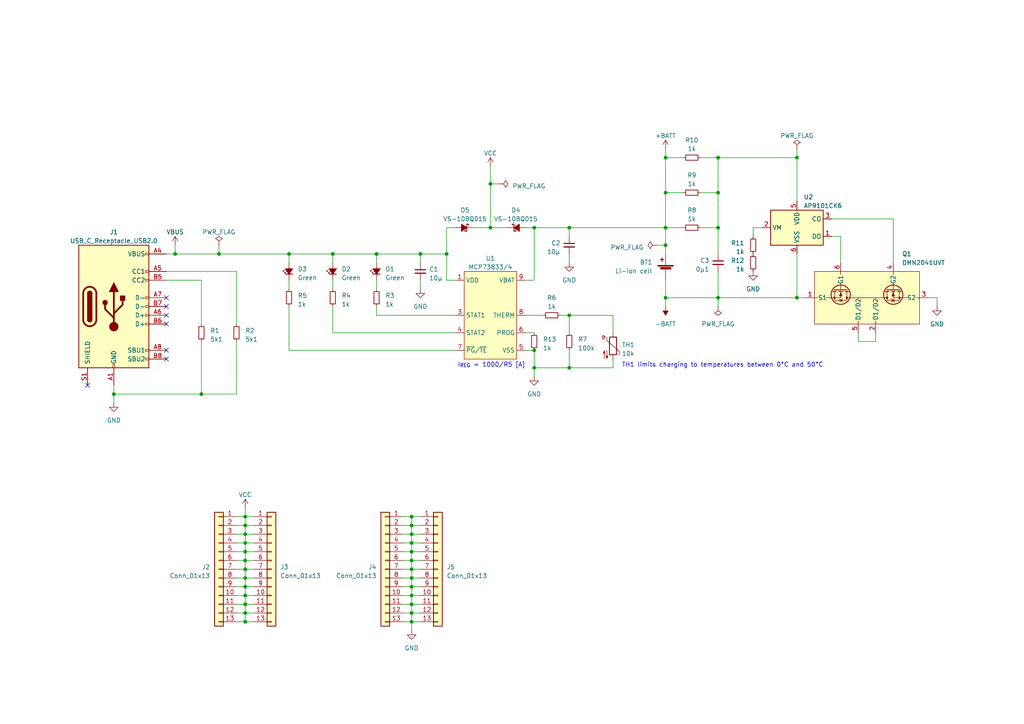
<source format=kicad_sch>
(kicad_sch (version 20230121) (generator eeschema)
  (paper "A4")
  (lib_symbols
    (symbol "Battery_Management:AP9101CK6"
      (property "Reference" "U" (at -7.62 6.35 0))
      (property "Value" "AP9101CK6" (at 7.62 6.35 0))
      (symbol "AP9101CK6_0_1"
        (rectangle (start -7.62 5.08) (end 7.62 -5.08) (stroke (width 0.254)) (fill (type background)))
      )
      (symbol "AP9101CK6_1_1"
        (pin output line (at 10.16 -2.54 180) (length 2.54) (name "DO") (number "1"))
        (pin passive line (at -10.16 0 0) (length 2.54) (name "VM") (number "2"))
        (pin output line (at 10.16 2.54 180) (length 2.54) (name "CO") (number "3"))
        (pin no_connect line (at -7.62 -2.54 0) (length 2.54) hide (name "NC") (number "4"))
        (pin power_in line (at 0 7.62 270) (length 2.54) (name "VDD") (number "5"))
        (pin power_in line (at 0 -7.62 90) (length 2.54) (name "VSS") (number "6"))
      )
    )
    (symbol "Connector:USB_C_Receptacle_USB2.0" (pin_names (offset 1.016))
      (property "Reference" "J" (at -10.16 19.05 0))
      (property "Value" "USB_C_Receptacle_USB2.0" (at 19.05 19.05 0))
      (symbol "USB_C_Receptacle_USB2.0_0_0"
        (rectangle (start -0.254 -17.78) (end 0.254 -16.764))
        (rectangle (start 10.16 -14.986) (end 9.144 -15.494))
        (rectangle (start 10.16 -12.446) (end 9.144 -12.954))
        (rectangle (start 10.16 -4.826) (end 9.144 -5.334))
        (rectangle (start 10.16 -2.286) (end 9.144 -2.794))
        (rectangle (start 10.16 0.254) (end 9.144 -0.254))
        (rectangle (start 10.16 2.794) (end 9.144 2.286))
        (rectangle (start 10.16 7.874) (end 9.144 7.366))
        (rectangle (start 10.16 10.414) (end 9.144 9.906))
        (rectangle (start 10.16 15.494) (end 9.144 14.986))
      )
      (symbol "USB_C_Receptacle_USB2.0_0_1"
        (rectangle (start -10.16 17.78) (end 10.16 -17.78) (stroke (width 0.254)) (fill (type background)))
        (arc (start -8.89 -3.81) (mid -6.985 -5.7067) (end -5.08 -3.81) (stroke (width 0.508)))
        (arc (start -7.62 -3.81) (mid -6.985 -4.4423) (end -6.35 -3.81) (stroke (width 0.254)))
        (arc (start -7.62 -3.81) (mid -6.985 -4.4423) (end -6.35 -3.81) (stroke (width 0.254)) (fill (type outline)))
        (rectangle (start -7.62 -3.81) (end -6.35 3.81) (stroke (width 0.254)) (fill (type outline)))
        (arc (start -6.35 3.81) (mid -6.985 4.4423) (end -7.62 3.81) (stroke (width 0.254)))
        (arc (start -6.35 3.81) (mid -6.985 4.4423) (end -7.62 3.81) (stroke (width 0.254)) (fill (type outline)))
        (arc (start -5.08 3.81) (mid -6.985 5.7067) (end -8.89 3.81) (stroke (width 0.508)))
        (circle (center -2.54 1.143) (radius 0.635) (stroke (width 0.254)) (fill (type outline)))
        (circle (center 0 -5.842) (radius 1.27) (fill (type outline)))
        (polyline (pts (xy -8.89 -3.81) (xy -8.89 3.81)) (stroke (width 0.508)))
        (polyline (pts (xy -5.08 3.81) (xy -5.08 -3.81)) (stroke (width 0.508)))
        (polyline (pts (xy 0 -5.842) (xy 0 4.318)) (stroke (width 0.508)))
        (polyline (pts (xy 0 -3.302) (xy -2.54 -0.762) (xy -2.54 0.508)) (stroke (width 0.508)))
        (polyline (pts (xy 0 -2.032) (xy 2.54 0.508) (xy 2.54 1.778)) (stroke (width 0.508)))
        (polyline (pts (xy -1.27 4.318) (xy 0 6.858) (xy 1.27 4.318) (xy -1.27 4.318)) (stroke (width 0.254)) (fill (type outline)))
        (rectangle (start 1.905 1.778) (end 3.175 3.048) (stroke (width 0.254)) (fill (type outline)))
      )
      (symbol "USB_C_Receptacle_USB2.0_1_1"
        (pin passive line (at 0 -22.86 90) (length 5.08) (name "GND") (number "A1"))
        (pin passive line (at 0 -22.86 90) (length 5.08) hide (name "GND") (number "A12"))
        (pin passive line (at 15.24 15.24 180) (length 5.08) (name "VBUS") (number "A4"))
        (pin bidirectional line (at 15.24 10.16 180) (length 5.08) (name "CC1") (number "A5"))
        (pin bidirectional line (at 15.24 -2.54 180) (length 5.08) (name "D+") (number "A6"))
        (pin bidirectional line (at 15.24 2.54 180) (length 5.08) (name "D-") (number "A7"))
        (pin bidirectional line (at 15.24 -12.7 180) (length 5.08) (name "SBU1") (number "A8"))
        (pin passive line (at 15.24 15.24 180) (length 5.08) hide (name "VBUS") (number "A9"))
        (pin passive line (at 0 -22.86 90) (length 5.08) hide (name "GND") (number "B1"))
        (pin passive line (at 0 -22.86 90) (length 5.08) hide (name "GND") (number "B12"))
        (pin passive line (at 15.24 15.24 180) (length 5.08) hide (name "VBUS") (number "B4"))
        (pin bidirectional line (at 15.24 7.62 180) (length 5.08) (name "CC2") (number "B5"))
        (pin bidirectional line (at 15.24 -5.08 180) (length 5.08) (name "D+") (number "B6"))
        (pin bidirectional line (at 15.24 0 180) (length 5.08) (name "D-") (number "B7"))
        (pin bidirectional line (at 15.24 -15.24 180) (length 5.08) (name "SBU2") (number "B8"))
        (pin passive line (at 15.24 15.24 180) (length 5.08) hide (name "VBUS") (number "B9"))
        (pin passive line (at -7.62 -22.86 90) (length 5.08) (name "SHIELD") (number "S1"))
      )
    )
    (symbol "Connector_Generic:Conn_01x13" (pin_names (offset 1.016) hide)
      (property "Reference" "J" (at 0 17.78 0))
      (property "Value" "Conn_01x13" (at 0 -17.78 0))
      (symbol "Conn_01x13_1_1"
        (rectangle (start -1.27 -15.113) (end 0 -15.367) (stroke (width 0.1524)))
        (rectangle (start -1.27 -12.573) (end 0 -12.827) (stroke (width 0.1524)))
        (rectangle (start -1.27 -10.033) (end 0 -10.287) (stroke (width 0.1524)))
        (rectangle (start -1.27 -7.493) (end 0 -7.747) (stroke (width 0.1524)))
        (rectangle (start -1.27 -4.953) (end 0 -5.207) (stroke (width 0.1524)))
        (rectangle (start -1.27 -2.413) (end 0 -2.667) (stroke (width 0.1524)))
        (rectangle (start -1.27 0.127) (end 0 -0.127) (stroke (width 0.1524)))
        (rectangle (start -1.27 2.667) (end 0 2.413) (stroke (width 0.1524)))
        (rectangle (start -1.27 5.207) (end 0 4.953) (stroke (width 0.1524)))
        (rectangle (start -1.27 7.747) (end 0 7.493) (stroke (width 0.1524)))
        (rectangle (start -1.27 10.287) (end 0 10.033) (stroke (width 0.1524)))
        (rectangle (start -1.27 12.827) (end 0 12.573) (stroke (width 0.1524)))
        (rectangle (start -1.27 15.367) (end 0 15.113) (stroke (width 0.1524)))
        (rectangle (start -1.27 16.51) (end 1.27 -16.51) (stroke (width 0.254)) (fill (type background)))
        (pin passive line (at -5.08 15.24 0) (length 3.81) (name "Pin_1") (number "1"))
        (pin passive line (at -5.08 -7.62 0) (length 3.81) (name "Pin_10") (number "10"))
        (pin passive line (at -5.08 -10.16 0) (length 3.81) (name "Pin_11") (number "11"))
        (pin passive line (at -5.08 -12.7 0) (length 3.81) (name "Pin_12") (number "12"))
        (pin passive line (at -5.08 -15.24 0) (length 3.81) (name "Pin_13") (number "13"))
        (pin passive line (at -5.08 12.7 0) (length 3.81) (name "Pin_2") (number "2"))
        (pin passive line (at -5.08 10.16 0) (length 3.81) (name "Pin_3") (number "3"))
        (pin passive line (at -5.08 7.62 0) (length 3.81) (name "Pin_4") (number "4"))
        (pin passive line (at -5.08 5.08 0) (length 3.81) (name "Pin_5") (number "5"))
        (pin passive line (at -5.08 2.54 0) (length 3.81) (name "Pin_6") (number "6"))
        (pin passive line (at -5.08 0 0) (length 3.81) (name "Pin_7") (number "7"))
        (pin passive line (at -5.08 -2.54 0) (length 3.81) (name "Pin_8") (number "8"))
        (pin passive line (at -5.08 -5.08 0) (length 3.81) (name "Pin_9") (number "9"))
      )
    )
    (symbol "Device:Battery_Cell" (pin_numbers hide) (pin_names (offset 0) hide)
      (property "Reference" "BT" (at 2.54 2.54 0))
      (property "Value" "Battery_Cell" (at 2.54 0 0))
      (symbol "Battery_Cell_0_1"
        (rectangle (start -2.286 1.778) (end 2.286 1.524) (fill (type outline)))
        (rectangle (start -1.5748 1.1938) (end 1.4732 0.6858) (fill (type outline)))
        (polyline (pts (xy 0 0.762) (xy 0 0)))
        (polyline (pts (xy 0 1.778) (xy 0 2.54)))
        (polyline (pts (xy 0.508 3.429) (xy 1.524 3.429)) (stroke (width 0.254)))
        (polyline (pts (xy 1.016 3.937) (xy 1.016 2.921)) (stroke (width 0.254)))
      )
      (symbol "Battery_Cell_1_1"
        (pin passive line (at 0 5.08 270) (length 2.54) (name "+") (number "1"))
        (pin passive line (at 0 -2.54 90) (length 2.54) (name "-") (number "2"))
      )
    )
    (symbol "Device:C_Small" (pin_numbers hide) (pin_names (offset 0.254) hide)
      (property "Reference" "C" (at 0.254 1.778 0))
      (property "Value" "C_Small" (at 0.254 -2.032 0))
      (symbol "C_Small_0_1"
        (polyline (pts (xy -1.524 -0.508) (xy 1.524 -0.508)) (stroke (width 0.3302)))
        (polyline (pts (xy -1.524 0.508) (xy 1.524 0.508)) (stroke (width 0.3048)))
      )
      (symbol "C_Small_1_1"
        (pin passive line (at 0 2.54 270) (length 2.032) (name "~") (number "1"))
        (pin passive line (at 0 -2.54 90) (length 2.032) (name "~") (number "2"))
      )
    )
    (symbol "Device:D_Schottky_Small_Filled" (pin_numbers hide) (pin_names (offset 0.254) hide)
      (property "Reference" "D" (at -1.27 2.032 0))
      (property "Value" "D_Schottky_Small_Filled" (at -7.112 -2.032 0))
      (symbol "D_Schottky_Small_Filled_0_1"
        (polyline (pts (xy -0.762 0) (xy 0.762 0)))
        (polyline (pts (xy 0.762 -1.016) (xy -0.762 0) (xy 0.762 1.016) (xy 0.762 -1.016)) (stroke (width 0.254)) (fill (type outline)))
        (polyline (pts (xy -1.27 0.762) (xy -1.27 1.016) (xy -0.762 1.016) (xy -0.762 -1.016) (xy -0.254 -1.016) (xy -0.254 -0.762)) (stroke (width 0.254)))
      )
      (symbol "D_Schottky_Small_Filled_1_1"
        (pin passive line (at -2.54 0 0) (length 1.778) (name "K") (number "1"))
        (pin passive line (at 2.54 0 180) (length 1.778) (name "A") (number "2"))
      )
    )
    (symbol "Device:LED_Small_Filled" (pin_numbers hide) (pin_names (offset 0.254) hide)
      (property "Reference" "D" (at -1.27 3.175 0))
      (property "Value" "LED_Small_Filled" (at -4.445 -2.54 0))
      (symbol "LED_Small_Filled_0_1"
        (polyline (pts (xy -0.762 -1.016) (xy -0.762 1.016)) (stroke (width 0.254)))
        (polyline (pts (xy 1.016 0) (xy -0.762 0)))
        (polyline (pts (xy 0.762 -1.016) (xy -0.762 0) (xy 0.762 1.016) (xy 0.762 -1.016)) (stroke (width 0.254)) (fill (type outline)))
        (polyline (pts (xy 0 0.762) (xy -0.508 1.27) (xy -0.254 1.27) (xy -0.508 1.27) (xy -0.508 1.016)))
        (polyline (pts (xy 0.508 1.27) (xy 0 1.778) (xy 0.254 1.778) (xy 0 1.778) (xy 0 1.524)))
      )
      (symbol "LED_Small_Filled_1_1"
        (pin passive line (at -2.54 0 0) (length 1.778) (name "K") (number "1"))
        (pin passive line (at 2.54 0 180) (length 1.778) (name "A") (number "2"))
      )
    )
    (symbol "Device:R_Small" (pin_numbers hide) (pin_names (offset 0.254) hide)
      (property "Reference" "R" (at 0.762 0.508 0))
      (property "Value" "R_Small" (at 0.762 -1.016 0))
      (symbol "R_Small_0_1"
        (rectangle (start -0.762 1.778) (end 0.762 -1.778) (stroke (width 0.2032)))
      )
      (symbol "R_Small_1_1"
        (pin passive line (at 0 2.54 270) (length 0.762) (name "~") (number "1"))
        (pin passive line (at 0 -2.54 90) (length 0.762) (name "~") (number "2"))
      )
    )
    (symbol "Device:Thermistor_NTC" (pin_numbers hide) (pin_names (offset 0))
      (property "Reference" "TH" (at -4.445 0 90))
      (property "Value" "Thermistor_NTC" (at 3.175 0 90))
      (symbol "Thermistor_NTC_0_1"
        (arc (start -3.048 2.159) (mid -3.0495 2.3143) (end -3.175 2.413))
        (arc (start -3.048 2.159) (mid -2.9736 1.9794) (end -2.794 1.905))
        (arc (start -3.048 2.794) (mid -2.9736 2.6144) (end -2.794 2.54))
        (arc (start -2.794 1.905) (mid -2.6144 1.9794) (end -2.54 2.159))
        (arc (start -2.794 2.54) (mid -2.4393 2.5587) (end -2.159 2.794))
        (arc (start -2.794 3.048) (mid -2.9736 2.9736) (end -3.048 2.794))
        (arc (start -2.54 2.794) (mid -2.6144 2.9736) (end -2.794 3.048))
        (rectangle (start -1.016 2.54) (end 1.016 -2.54) (stroke (width 0.254)))
        (polyline (pts (xy -2.54 2.159) (xy -2.54 2.794)))
        (polyline (pts (xy -1.778 2.54) (xy -1.778 1.524) (xy 1.778 -1.524) (xy 1.778 -2.54)))
        (polyline (pts (xy -2.54 -3.683) (xy -2.54 -1.397) (xy -2.794 -2.159) (xy -2.286 -2.159) (xy -2.54 -1.397) (xy -2.54 -1.651)) (fill (type outline)))
        (polyline (pts (xy -1.778 -1.397) (xy -1.778 -3.683) (xy -2.032 -2.921) (xy -1.524 -2.921) (xy -1.778 -3.683) (xy -1.778 -3.429)) (fill (type outline)))
      )
      (symbol "Thermistor_NTC_1_1"
        (pin passive line (at 0 3.81 270) (length 1.27) (name "~") (number "1"))
        (pin passive line (at 0 -3.81 90) (length 1.27) (name "~") (number "2"))
      )
    )
    (symbol "Lantern:DMN2041UVT" (pin_names (offset 1.016))
      (property "Reference" "Q" (at 7.62 10.16 0))
      (property "Value" "DMN2041UVT" (at 7.62 7.62 0))
      (symbol "DMN2041UVT_0_1"
        (polyline (pts (xy 2.54 0) (xy 3.429 0)))
        (polyline (pts (xy 8.89 1.778) (xy 7.874 1.778)) (stroke (width 0.254)))
        (polyline (pts (xy 10.16 2.286) (xy 10.16 4.064)))
        (polyline (pts (xy 10.16 6.731) (xy 10.16 7.62)))
        (polyline (pts (xy 10.668 1.778) (xy 9.652 1.778)) (stroke (width 0.254)))
        (polyline (pts (xy 12.065 2.286) (xy 8.255 2.286)) (stroke (width 0.254)))
        (polyline (pts (xy 12.446 1.778) (xy 11.43 1.778)) (stroke (width 0.254)))
        (polyline (pts (xy 15.24 -7.62) (xy 15.24 -6.731)))
        (polyline (pts (xy 15.24 -0.254) (xy 15.24 0)))
        (polyline (pts (xy 17.78 0) (xy 11.938 0)))
        (polyline (pts (xy 17.78 0) (xy 23.622 0)))
        (polyline (pts (xy 20.32 -7.62) (xy 20.32 -6.731)))
        (polyline (pts (xy 20.32 -0.254) (xy 20.32 0)))
        (polyline (pts (xy 23.114 1.778) (xy 24.13 1.778)) (stroke (width 0.254)))
        (polyline (pts (xy 23.495 2.286) (xy 27.305 2.286)) (stroke (width 0.254)))
        (polyline (pts (xy 24.892 1.778) (xy 25.908 1.778)) (stroke (width 0.254)))
        (polyline (pts (xy 25.4 2.286) (xy 25.4 4.064)))
        (polyline (pts (xy 25.4 6.731) (xy 25.4 7.62)))
        (polyline (pts (xy 26.67 1.778) (xy 27.686 1.778)) (stroke (width 0.254)))
        (polyline (pts (xy 33.02 0) (xy 32.131 0)))
        (polyline (pts (xy 5.969 0) (xy 10.16 0) (xy 10.16 1.778)))
        (polyline (pts (xy 29.591 0) (xy 25.4 0) (xy 25.4 1.778)))
        (polyline (pts (xy 8.382 1.778) (xy 8.382 -0.762) (xy 11.938 -0.762) (xy 11.938 1.778)))
        (polyline (pts (xy 10.16 1.524) (xy 10.541 0.508) (xy 9.779 0.508) (xy 10.16 1.524)) (fill (type outline)))
        (polyline (pts (xy 10.541 -0.762) (xy 9.906 -0.381) (xy 9.906 -1.143) (xy 10.541 -0.762)))
        (polyline (pts (xy 10.668 -0.254) (xy 10.541 -0.381) (xy 10.541 -1.143) (xy 10.414 -1.27)))
        (polyline (pts (xy 24.892 -0.254) (xy 25.019 -0.381) (xy 25.019 -1.143) (xy 25.146 -1.27)))
        (polyline (pts (xy 25.019 -0.762) (xy 25.654 -0.381) (xy 25.654 -1.143) (xy 25.019 -0.762)))
        (polyline (pts (xy 25.4 1.524) (xy 25.019 0.508) (xy 25.781 0.508) (xy 25.4 1.524)) (fill (type outline)))
        (polyline (pts (xy 27.178 1.778) (xy 27.178 -0.762) (xy 23.622 -0.762) (xy 23.622 1.778)))
        (rectangle (start 2.54 7.62) (end 33.02 -7.62) (fill (type background)))
        (circle (center 8.382 0) (radius 0.254) (fill (type outline)))
        (circle (center 10.16 0.889) (radius 2.794) (stroke (width 0.254)))
        (circle (center 11.938 0) (radius 0.254) (fill (type outline)))
        (circle (center 23.622 0) (radius 0.254) (fill (type outline)))
        (circle (center 25.4 0.889) (radius 2.794) (stroke (width 0.254)))
        (circle (center 27.178 0) (radius 0.254) (fill (type outline)))
      )
      (symbol "DMN2041UVT_1_1"
        (pin passive line (at 0 0 0) (length 2.54) (name "S1") (number "1"))
        (pin passive line (at 20.32 -10.16 90) (length 2.56) (name "D1/D2") (number "2"))
        (pin passive line (at 35.56 0 180) (length 2.54) (name "S2") (number "3"))
        (pin input line (at 25.4 10.16 270) (length 2.54) (name "G2") (number "4"))
        (pin passive line (at 15.24 -10.16 90) (length 2.56) (name "D1/D2") (number "5"))
        (pin input line (at 10.16 10.16 270) (length 2.54) (name "G1") (number "6"))
      )
    )
    (symbol "Lantern:MCP73833/4"
      (property "Reference" "U" (at 2.54 2.54 0))
      (property "Value" "MCP73833/4" (at 17.78 2.54 0))
      (symbol "MCP73833/4_0_1"
        (rectangle (start 2.54 2.54) (end 17.78 -22.86) (fill (type background)))
      )
      (symbol "MCP73833/4_1_1"
        (pin power_in line (at 0 0 0) (length 2.54) (name "VDD") (number "1"))
        (pin input line (at 20.32 0 180) (length 2.54) hide (name "VBAT") (number "10"))
        (pin power_in line (at 0 0 0) (length 2.54) hide (name "VDD") (number "2"))
        (pin input line (at 0 -10.16 0) (length 2.54) (name "STAT1") (number "3"))
        (pin input line (at 0 -15.24 0) (length 2.54) (name "STAT2") (number "4"))
        (pin power_out line (at 20.32 -20.32 180) (length 2.54) (name "VSS") (number "5"))
        (pin input line (at 20.32 -15.24 180) (length 2.54) (name "PROG") (number "6"))
        (pin input line (at 0 -20.32 0) (length 2.54) (name "~{PG}/~{TE}") (number "7"))
        (pin input line (at 20.32 -10.16 180) (length 2.54) (name "THERM") (number "8"))
        (pin input line (at 20.32 0 180) (length 2.54) (name "VBAT") (number "9"))
      )
    )
    (symbol "power:+BATT" (power) (pin_names (offset 0))
      (property "Value" "+BATT" (at 0 3.556 0))
      (symbol "+BATT_0_1"
        (polyline (pts (xy -0.762 1.27) (xy 0 2.54)))
        (polyline (pts (xy 0 0) (xy 0 2.54)))
        (polyline (pts (xy 0 2.54) (xy 0.762 1.27)))
      )
      (symbol "+BATT_1_1"
        (pin power_in line (at 0 0 90) (length 0) hide (name "+BATT") (number "1"))
      )
    )
    (symbol "power:-BATT" (power) (pin_names (offset 0))
      (property "Value" "-BATT" (at 0 3.556 0))
      (symbol "-BATT_0_1"
        (polyline (pts (xy 0 0) (xy 0 2.54)))
        (polyline (pts (xy 0.762 1.27) (xy -0.762 1.27) (xy 0 2.54) (xy 0.762 1.27)) (fill (type outline)))
      )
      (symbol "-BATT_1_1"
        (pin power_in line (at 0 0 90) (length 0) hide (name "-BATT") (number "1"))
      )
    )
    (symbol "power:GND" (power) (pin_names (offset 0))
      (property "Value" "GND" (at 0 -3.81 0))
      (symbol "GND_0_1"
        (polyline (pts (xy 0 0) (xy 0 -1.27) (xy 1.27 -1.27) (xy 0 -2.54) (xy -1.27 -1.27) (xy 0 -1.27)))
      )
      (symbol "GND_1_1"
        (pin power_in line (at 0 0 270) (length 0) hide (name "GND") (number "1"))
      )
    )
    (symbol "power:PWR_FLAG" (power) (pin_numbers hide) (pin_names (offset 0) hide)
      (property "Value" "PWR_FLAG" (at 0 3.81 0))
      (symbol "PWR_FLAG_0_0"
        (pin power_out line (at 0 0 90) (length 0) (name "pwr") (number "1"))
      )
      (symbol "PWR_FLAG_0_1"
        (polyline (pts (xy 0 0) (xy 0 1.27) (xy -1.016 1.905) (xy 0 2.54) (xy 1.016 1.905) (xy 0 1.27)))
      )
    )
    (symbol "power:VBUS" (power) (pin_names (offset 0))
      (property "Value" "VBUS" (at 0 3.81 0))
      (symbol "VBUS_0_1"
        (polyline (pts (xy -0.762 1.27) (xy 0 2.54)))
        (polyline (pts (xy 0 0) (xy 0 2.54)))
        (polyline (pts (xy 0 2.54) (xy 0.762 1.27)))
      )
      (symbol "VBUS_1_1"
        (pin power_in line (at 0 0 90) (length 0) hide (name "VBUS") (number "1"))
      )
    )
    (symbol "power:VCC" (power) (pin_names (offset 0))
      (property "Value" "VCC" (at 0 3.81 0))
      (symbol "VCC_0_1"
        (polyline (pts (xy -0.762 1.27) (xy 0 2.54)))
        (polyline (pts (xy 0 0) (xy 0 2.54)))
        (polyline (pts (xy 0 2.54) (xy 0.762 1.27)))
      )
      (symbol "VCC_1_1"
        (pin power_in line (at 0 0 90) (length 0) hide (name "VCC") (number "1"))
      )
    )
  )
  (junction (at 119.38 162.56))
  (junction (at 165.1 66.04))
  (junction (at 165.1 106.68))
  (junction (at 71.12 172.72))
  (junction (at 119.38 157.48))
  (junction (at 208.28 86.36))
  (junction (at 165.1 91.44))
  (junction (at 119.38 154.94))
  (junction (at 63.5 73.66))
  (junction (at 121.92 73.66))
  (junction (at 193.04 66.04))
  (junction (at 231.14 45.72))
  (junction (at 208.28 55.88))
  (junction (at 154.94 101.6))
  (junction (at 33.02 114.3))
  (junction (at 119.38 177.8))
  (junction (at 83.82 73.66))
  (junction (at 71.12 152.4))
  (junction (at 119.38 152.4))
  (junction (at 119.38 175.26))
  (junction (at 154.94 66.04))
  (junction (at 71.12 154.94))
  (junction (at 109.22 73.66))
  (junction (at 71.12 177.8))
  (junction (at 96.52 73.66))
  (junction (at 119.38 165.1))
  (junction (at 208.28 45.72))
  (junction (at 193.04 86.36))
  (junction (at 71.12 175.26))
  (junction (at 119.38 170.18))
  (junction (at 71.12 170.18))
  (junction (at 119.38 149.86))
  (junction (at 119.38 160.02))
  (junction (at 193.04 45.72))
  (junction (at 58.42 114.3))
  (junction (at 142.24 53.34))
  (junction (at 71.12 165.1))
  (junction (at 71.12 162.56))
  (junction (at 119.38 167.64))
  (junction (at 71.12 160.02))
  (junction (at 71.12 157.48))
  (junction (at 154.94 106.68))
  (junction (at 129.54 73.66))
  (junction (at 193.04 71.12))
  (junction (at 71.12 149.86))
  (junction (at 71.12 180.34))
  (junction (at 71.12 167.64))
  (junction (at 193.04 55.88))
  (junction (at 208.28 66.04))
  (junction (at 119.38 180.34))
  (junction (at 50.8 73.66))
  (junction (at 142.24 66.04))
  (junction (at 119.38 172.72))
  (junction (at 231.14 86.36))
  (no_connect (at 48.26 88.9))
  (no_connect (at 48.26 86.36))
  (no_connect (at 48.26 104.14))
  (no_connect (at 48.26 101.6))
  (no_connect (at 48.26 91.44))
  (no_connect (at 25.4 111.76))
  (no_connect (at 48.26 93.98))
  (wire (pts (xy 165.1 73.66) (xy 165.1 76.2)))
  (wire (pts (xy 177.8 96.52) (xy 177.8 91.44)))
  (wire (pts (xy 119.38 152.4) (xy 121.92 152.4)))
  (wire (pts (xy 154.94 66.04) (xy 165.1 66.04)))
  (wire (pts (xy 116.84 157.48) (xy 119.38 157.48)))
  (wire (pts (xy 71.12 160.02) (xy 68.58 160.02)))
  (wire (pts (xy 119.38 177.8) (xy 119.38 180.34)))
  (wire (pts (xy 71.12 175.26) (xy 68.58 175.26)))
  (wire (pts (xy 96.52 96.52) (xy 96.52 88.9)))
  (wire (pts (xy 116.84 180.34) (xy 119.38 180.34)))
  (wire (pts (xy 68.58 78.74) (xy 68.58 93.98)))
  (wire (pts (xy 116.84 177.8) (xy 119.38 177.8)))
  (wire (pts (xy 119.38 167.64) (xy 119.38 170.18)))
  (wire (pts (xy 165.1 106.68) (xy 177.8 106.68)))
  (wire (pts (xy 119.38 152.4) (xy 119.38 154.94)))
  (wire (pts (xy 119.38 149.86) (xy 119.38 152.4)))
  (wire (pts (xy 71.12 157.48) (xy 68.58 157.48)))
  (wire (pts (xy 121.92 73.66) (xy 129.54 73.66)))
  (wire (pts (xy 73.66 165.1) (xy 71.12 165.1)))
  (wire (pts (xy 71.12 147.32) (xy 71.12 149.86)))
  (wire (pts (xy 73.66 152.4) (xy 71.12 152.4)))
  (wire (pts (xy 58.42 81.28) (xy 48.26 81.28)))
  (wire (pts (xy 241.3 63.5) (xy 259.08 63.5)))
  (wire (pts (xy 119.38 154.94) (xy 119.38 157.48)))
  (wire (pts (xy 142.24 66.04) (xy 147.32 66.04)))
  (wire (pts (xy 73.66 157.48) (xy 71.12 157.48)))
  (wire (pts (xy 96.52 73.66) (xy 109.22 73.66)))
  (wire (pts (xy 116.84 170.18) (xy 119.38 170.18)))
  (wire (pts (xy 231.14 73.66) (xy 231.14 86.36)))
  (wire (pts (xy 119.38 170.18) (xy 121.92 170.18)))
  (wire (pts (xy 203.2 55.88) (xy 208.28 55.88)))
  (wire (pts (xy 119.38 165.1) (xy 121.92 165.1)))
  (wire (pts (xy 241.3 68.58) (xy 243.84 68.58)))
  (wire (pts (xy 73.66 167.64) (xy 71.12 167.64)))
  (wire (pts (xy 177.8 91.44) (xy 165.1 91.44)))
  (wire (pts (xy 165.1 66.04) (xy 193.04 66.04)))
  (wire (pts (xy 231.14 45.72) (xy 231.14 58.42)))
  (wire (pts (xy 71.12 177.8) (xy 71.12 180.34)))
  (wire (pts (xy 154.94 81.28) (xy 152.4 81.28)))
  (wire (pts (xy 116.84 175.26) (xy 119.38 175.26)))
  (wire (pts (xy 71.12 175.26) (xy 71.12 177.8)))
  (wire (pts (xy 154.94 106.68) (xy 154.94 109.22)))
  (wire (pts (xy 193.04 81.28) (xy 193.04 86.36)))
  (wire (pts (xy 119.38 180.34) (xy 121.92 180.34)))
  (wire (pts (xy 208.28 86.36) (xy 231.14 86.36)))
  (wire (pts (xy 71.12 177.8) (xy 68.58 177.8)))
  (wire (pts (xy 71.12 162.56) (xy 68.58 162.56)))
  (wire (pts (xy 116.84 152.4) (xy 119.38 152.4)))
  (wire (pts (xy 73.66 177.8) (xy 71.12 177.8)))
  (wire (pts (xy 193.04 55.88) (xy 198.12 55.88)))
  (wire (pts (xy 119.38 170.18) (xy 119.38 172.72)))
  (wire (pts (xy 119.38 157.48) (xy 121.92 157.48)))
  (wire (pts (xy 177.8 104.14) (xy 177.8 106.68)))
  (wire (pts (xy 137.16 66.04) (xy 142.24 66.04)))
  (wire (pts (xy 208.28 45.72) (xy 208.28 55.88)))
  (wire (pts (xy 152.4 96.52) (xy 154.94 96.52)))
  (wire (pts (xy 152.4 91.44) (xy 157.48 91.44)))
  (wire (pts (xy 71.12 154.94) (xy 71.12 157.48)))
  (wire (pts (xy 109.22 91.44) (xy 132.08 91.44)))
  (wire (pts (xy 83.82 81.28) (xy 83.82 83.82)))
  (wire (pts (xy 193.04 66.04) (xy 198.12 66.04)))
  (wire (pts (xy 71.12 165.1) (xy 71.12 167.64)))
  (wire (pts (xy 154.94 81.28) (xy 154.94 66.04)))
  (wire (pts (xy 165.1 101.6) (xy 165.1 106.68)))
  (wire (pts (xy 218.44 66.04) (xy 220.98 66.04)))
  (wire (pts (xy 83.82 101.6) (xy 83.82 88.9)))
  (wire (pts (xy 193.04 55.88) (xy 193.04 66.04)))
  (wire (pts (xy 231.14 86.36) (xy 233.68 86.36)))
  (wire (pts (xy 129.54 66.04) (xy 129.54 73.66)))
  (wire (pts (xy 116.84 149.86) (xy 119.38 149.86)))
  (wire (pts (xy 63.5 73.66) (xy 83.82 73.66)))
  (wire (pts (xy 190.5 71.12) (xy 193.04 71.12)))
  (wire (pts (xy 71.12 149.86) (xy 71.12 152.4)))
  (wire (pts (xy 96.52 73.66) (xy 96.52 76.2)))
  (wire (pts (xy 33.02 114.3) (xy 33.02 116.84)))
  (wire (pts (xy 83.82 101.6) (xy 132.08 101.6)))
  (wire (pts (xy 109.22 81.28) (xy 109.22 83.82)))
  (wire (pts (xy 73.66 154.94) (xy 71.12 154.94)))
  (wire (pts (xy 269.24 86.36) (xy 271.78 86.36)))
  (wire (pts (xy 193.04 86.36) (xy 193.04 88.9)))
  (wire (pts (xy 73.66 170.18) (xy 71.12 170.18)))
  (wire (pts (xy 119.38 167.64) (xy 121.92 167.64)))
  (wire (pts (xy 50.8 73.66) (xy 63.5 73.66)))
  (wire (pts (xy 121.92 81.28) (xy 121.92 83.82)))
  (wire (pts (xy 96.52 81.28) (xy 96.52 83.82)))
  (wire (pts (xy 71.12 165.1) (xy 68.58 165.1)))
  (wire (pts (xy 71.12 167.64) (xy 71.12 170.18)))
  (wire (pts (xy 193.04 71.12) (xy 193.04 73.66)))
  (wire (pts (xy 71.12 152.4) (xy 71.12 154.94)))
  (wire (pts (xy 119.38 175.26) (xy 121.92 175.26)))
  (wire (pts (xy 208.28 88.9) (xy 208.28 86.36)))
  (wire (pts (xy 73.66 172.72) (xy 71.12 172.72)))
  (wire (pts (xy 193.04 86.36) (xy 208.28 86.36)))
  (wire (pts (xy 48.26 73.66) (xy 50.8 73.66)))
  (wire (pts (xy 119.38 157.48) (xy 119.38 160.02)))
  (wire (pts (xy 208.28 55.88) (xy 208.28 66.04)))
  (wire (pts (xy 71.12 170.18) (xy 68.58 170.18)))
  (wire (pts (xy 50.8 71.12) (xy 50.8 73.66)))
  (wire (pts (xy 243.84 68.58) (xy 243.84 76.2)))
  (wire (pts (xy 254 96.52) (xy 254 99.06)))
  (wire (pts (xy 119.38 180.34) (xy 119.38 182.88)))
  (wire (pts (xy 71.12 160.02) (xy 71.12 162.56)))
  (wire (pts (xy 119.38 160.02) (xy 121.92 160.02)))
  (wire (pts (xy 109.22 73.66) (xy 109.22 76.2)))
  (wire (pts (xy 71.12 172.72) (xy 71.12 175.26)))
  (wire (pts (xy 154.94 106.68) (xy 165.1 106.68)))
  (wire (pts (xy 119.38 162.56) (xy 121.92 162.56)))
  (wire (pts (xy 73.66 175.26) (xy 71.12 175.26)))
  (wire (pts (xy 83.82 73.66) (xy 83.82 76.2)))
  (wire (pts (xy 96.52 96.52) (xy 132.08 96.52)))
  (wire (pts (xy 119.38 160.02) (xy 119.38 162.56)))
  (wire (pts (xy 63.5 71.12) (xy 63.5 73.66)))
  (wire (pts (xy 271.78 86.36) (xy 271.78 88.9)))
  (wire (pts (xy 208.28 66.04) (xy 208.28 73.66)))
  (wire (pts (xy 203.2 45.72) (xy 208.28 45.72)))
  (wire (pts (xy 68.58 114.3) (xy 58.42 114.3)))
  (wire (pts (xy 116.84 160.02) (xy 119.38 160.02)))
  (wire (pts (xy 231.14 43.18) (xy 231.14 45.72)))
  (wire (pts (xy 119.38 172.72) (xy 119.38 175.26)))
  (wire (pts (xy 259.08 63.5) (xy 259.08 76.2)))
  (wire (pts (xy 116.84 162.56) (xy 119.38 162.56)))
  (wire (pts (xy 119.38 175.26) (xy 119.38 177.8)))
  (wire (pts (xy 58.42 114.3) (xy 33.02 114.3)))
  (wire (pts (xy 218.44 66.04) (xy 218.44 68.58)))
  (wire (pts (xy 116.84 165.1) (xy 119.38 165.1)))
  (wire (pts (xy 119.38 177.8) (xy 121.92 177.8)))
  (wire (pts (xy 208.28 45.72) (xy 231.14 45.72)))
  (wire (pts (xy 132.08 66.04) (xy 129.54 66.04)))
  (wire (pts (xy 129.54 73.66) (xy 129.54 81.28)))
  (wire (pts (xy 71.12 149.86) (xy 68.58 149.86)))
  (wire (pts (xy 33.02 111.76) (xy 33.02 114.3)))
  (wire (pts (xy 165.1 91.44) (xy 162.56 91.44)))
  (wire (pts (xy 152.4 66.04) (xy 154.94 66.04)))
  (wire (pts (xy 121.92 76.2) (xy 121.92 73.66)))
  (wire (pts (xy 254 99.06) (xy 248.92 99.06)))
  (wire (pts (xy 165.1 96.52) (xy 165.1 91.44)))
  (wire (pts (xy 193.04 45.72) (xy 193.04 55.88)))
  (wire (pts (xy 119.38 162.56) (xy 119.38 165.1)))
  (wire (pts (xy 248.92 96.52) (xy 248.92 99.06)))
  (wire (pts (xy 142.24 53.34) (xy 144.78 53.34)))
  (wire (pts (xy 73.66 149.86) (xy 71.12 149.86)))
  (wire (pts (xy 119.38 149.86) (xy 121.92 149.86)))
  (wire (pts (xy 71.12 162.56) (xy 71.12 165.1)))
  (wire (pts (xy 71.12 167.64) (xy 68.58 167.64)))
  (wire (pts (xy 119.38 172.72) (xy 121.92 172.72)))
  (wire (pts (xy 165.1 66.04) (xy 165.1 68.58)))
  (wire (pts (xy 152.4 101.6) (xy 154.94 101.6)))
  (wire (pts (xy 116.84 167.64) (xy 119.38 167.64)))
  (wire (pts (xy 119.38 154.94) (xy 121.92 154.94)))
  (wire (pts (xy 71.12 170.18) (xy 71.12 172.72)))
  (wire (pts (xy 119.38 165.1) (xy 119.38 167.64)))
  (wire (pts (xy 193.04 45.72) (xy 198.12 45.72)))
  (wire (pts (xy 193.04 66.04) (xy 193.04 71.12)))
  (wire (pts (xy 48.26 78.74) (xy 68.58 78.74)))
  (wire (pts (xy 193.04 43.18) (xy 193.04 45.72)))
  (wire (pts (xy 116.84 172.72) (xy 119.38 172.72)))
  (wire (pts (xy 83.82 73.66) (xy 96.52 73.66)))
  (wire (pts (xy 154.94 101.6) (xy 154.94 106.68)))
  (wire (pts (xy 109.22 91.44) (xy 109.22 88.9)))
  (wire (pts (xy 58.42 99.06) (xy 58.42 114.3)))
  (wire (pts (xy 71.12 172.72) (xy 68.58 172.72)))
  (wire (pts (xy 73.66 160.02) (xy 71.12 160.02)))
  (wire (pts (xy 129.54 81.28) (xy 132.08 81.28)))
  (wire (pts (xy 68.58 99.06) (xy 68.58 114.3)))
  (wire (pts (xy 109.22 73.66) (xy 121.92 73.66)))
  (wire (pts (xy 71.12 152.4) (xy 68.58 152.4)))
  (wire (pts (xy 73.66 162.56) (xy 71.12 162.56)))
  (wire (pts (xy 203.2 66.04) (xy 208.28 66.04)))
  (wire (pts (xy 73.66 180.34) (xy 71.12 180.34)))
  (wire (pts (xy 58.42 93.98) (xy 58.42 81.28)))
  (wire (pts (xy 142.24 48.26) (xy 142.24 53.34)))
  (wire (pts (xy 208.28 78.74) (xy 208.28 86.36)))
  (wire (pts (xy 71.12 154.94) (xy 68.58 154.94)))
  (wire (pts (xy 142.24 53.34) (xy 142.24 66.04)))
  (wire (pts (xy 71.12 157.48) (xy 71.12 160.02)))
  (wire (pts (xy 116.84 154.94) (xy 119.38 154.94)))
  (wire (pts (xy 71.12 180.34) (xy 68.58 180.34)))
  (text "I_{REG} = 1000/R5 [A]" (at 152.4 106.68 0) (effects (font (size 1.27 1.27)) (justify right bottom)))
  (text "TH1 limits charging to temperatures between 0°C and 50°C" (at 180.34 106.68 0) (effects (font (size 1.27 1.27)) (justify left bottom)))
  (symbol (lib_id "power:PWR_FLAG") (at 231.14 43.18 0) (mirror y) (unit 1)
    (property "Reference" "#FLG02" (effects hide))
    (property "Value" "PWR_FLAG" (at 231.14 39.37 0))
  )
  (symbol (lib_id "power:GND") (at 218.44 78.74 0) (unit 1)
    (property "Reference" "#PWR04" (effects hide))
    (property "Value" "GND" (at 218.44 83.82 0))
  )
  (symbol (lib_id "power:GND") (at 154.94 109.22 0) (unit 1)
    (property "Reference" "#PWR07" (effects hide))
    (property "Value" "GND" (at 154.94 114.3 0))
  )
  (symbol (lib_id "power:VBUS") (at 50.8 71.12 0) (unit 1)
    (property "Reference" "#PWR03" (effects hide))
    (property "Value" "VBUS" (at 50.8 67.31 0))
  )
  (symbol (lib_id "Device:R_Small") (at 96.52 86.36 180) (unit 1)
    (property "Reference" "R4" (at 99.06 85.725 0) (effects (justify right)))
    (property "Value" "1k" (at 99.06 88.265 0) (effects (justify right)))
    (property "Footprint" "Resistor_SMD:R_0805_2012Metric_Pad1.20x1.40mm_HandSolder" (effects hide))
  )
  (symbol (lib_id "Device:R_Small") (at 160.02 91.44 270) (unit 1)
    (property "Reference" "R6" (at 160.02 86.36 90))
    (property "Value" "1k" (at 160.02 88.9 90))
    (property "Footprint" "Resistor_SMD:R_0805_2012Metric_Pad1.20x1.40mm_HandSolder" (effects hide))
  )
  (symbol (lib_id "Device:LED_Small_Filled") (at 96.52 78.74 90) (unit 1)
    (property "Reference" "D2" (at 99.06 78.0415 90) (effects (justify right)))
    (property "Value" "Green" (at 99.06 80.5815 90) (effects (justify right)))
    (property "Footprint" "LED_SMD:LED_1206_3216Metric_Pad1.42x1.75mm_HandSolder" (effects hide))
  )
  (symbol (lib_id "Device:R_Small") (at 68.58 96.52 0) (unit 1)
    (property "Reference" "R2" (at 71.12 95.885 0) (effects (justify left)))
    (property "Value" "5k1" (at 71.12 98.425 0) (effects (justify left)))
    (property "Footprint" "Resistor_SMD:R_0805_2012Metric_Pad1.20x1.40mm_HandSolder" (effects hide))
  )
  (symbol (lib_id "Connector_Generic:Conn_01x13") (at 63.5 165.1 0) (mirror y) (unit 1)
    (property "Reference" "J2" (at 60.96 164.465 0) (effects (justify left)))
    (property "Value" "Conn_01x13" (at 60.96 167.005 0) (effects (justify left)))
    (property "Footprint" "Connector_PinHeader_2.54mm:PinHeader_1x13_P2.54mm_Vertical" (effects hide))
  )
  (symbol (lib_id "power:PWR_FLAG") (at 208.28 88.9 0) (mirror x) (unit 1)
    (property "Reference" "#FLG03" (effects hide))
    (property "Value" "PWR_FLAG" (at 208.28 93.98 0))
  )
  (symbol (lib_id "power:GND") (at 119.38 182.88 0) (unit 1)
    (property "Reference" "#PWR012" (effects hide))
    (property "Value" "GND" (at 119.38 187.96 0))
  )
  (symbol (lib_id "Device:R_Small") (at 154.94 99.06 180) (unit 1)
    (property "Reference" "R13" (at 157.48 98.425 0) (effects (justify right)))
    (property "Value" "1k" (at 157.48 100.965 0) (effects (justify right)))
    (property "Footprint" "Resistor_SMD:R_0805_2012Metric_Pad1.20x1.40mm_HandSolder" (effects hide))
  )
  (symbol (lib_id "Device:R_Small") (at 218.44 76.2 0) (mirror y) (unit 1)
    (property "Reference" "R12" (at 215.9 75.565 0) (effects (justify left)))
    (property "Value" "1k" (at 215.9 78.105 0) (effects (justify left)))
    (property "Footprint" "Resistor_SMD:R_0805_2012Metric_Pad1.20x1.40mm_HandSolder" (effects hide))
  )
  (symbol (lib_id "Device:D_Schottky_Small_Filled") (at 134.62 66.04 0) (mirror y) (unit 1)
    (property "Reference" "D5" (at 134.874 60.96 0))
    (property "Value" "VS-10BQ015" (at 134.874 63.5 0))
    (property "Footprint" "Diode_SMD:D_SMB_Handsoldering" (effects hide))
  )
  (symbol (lib_id "Device:R_Small") (at 200.66 66.04 90) (unit 1)
    (property "Reference" "R8" (at 200.66 60.96 90))
    (property "Value" "1k" (at 200.66 63.5 90))
    (property "Footprint" "Resistor_SMD:R_0805_2012Metric_Pad1.20x1.40mm_HandSolder" (effects hide))
  )
  (symbol (lib_id "Device:R_Small") (at 218.44 71.12 0) (mirror y) (unit 1)
    (property "Reference" "R11" (at 215.9 70.485 0) (effects (justify left)))
    (property "Value" "1k" (at 215.9 73.025 0) (effects (justify left)))
    (property "Footprint" "Resistor_SMD:R_0805_2012Metric_Pad1.20x1.40mm_HandSolder" (effects hide))
  )
  (symbol (lib_id "power:VCC") (at 142.24 48.26 0) (unit 1)
    (property "Reference" "#PWR010" (effects hide))
    (property "Value" "VCC" (at 142.24 44.45 0))
  )
  (symbol (lib_id "Lantern:MCP73833/4") (at 132.08 81.28 0) (unit 1)
    (property "Reference" "U1" (at 142.24 74.93 0))
    (property "Value" "MCP73833/4" (at 142.24 77.47 0))
    (property "Footprint" "Package_SO:MSOP-10_3x3mm_P0.5mm" (effects hide))
    (property "Datasheet" "https://ww1.microchip.com/downloads/en/DeviceDoc/22005b.pdf" (effects hide))
  )
  (symbol (lib_id "Lantern:DMN2041UVT") (at 233.68 86.36 0) (unit 1)
    (property "Reference" "Q1" (at 261.62 73.66 0) (effects (justify left)))
    (property "Value" "DMN2041UVT" (at 261.62 76.2 0) (effects (justify left)))
    (property "Footprint" "Package_TO_SOT_SMD:SOT-23-6" (effects hide))
    (property "Datasheet" "https://www.diodes.com/assets/Datasheets/DMN2041UVT.pdf" (effects hide))
  )
  (symbol (lib_id "Device:C_Small") (at 121.92 78.74 0) (mirror y) (unit 1)
    (property "Reference" "C1" (at 124.46 78.1113 0) (effects (justify right)))
    (property "Value" "10µ" (at 124.46 80.6513 0) (effects (justify right)))
    (property "Footprint" "Capacitor_SMD:C_0805_2012Metric_Pad1.18x1.45mm_HandSolder" (effects hide))
  )
  (symbol (lib_id "power:PWR_FLAG") (at 144.78 53.34 270) (unit 1)
    (property "Reference" "#FLG05" (effects hide))
    (property "Value" "PWR_FLAG" (at 148.59 53.975 90) (effects (justify left)))
  )
  (symbol (lib_id "Device:Thermistor_NTC") (at 177.8 100.33 0) (unit 1)
    (property "Reference" "TH1" (at 180.34 100.0125 0) (effects (justify left)))
    (property "Value" "10k" (at 180.34 102.5525 0) (effects (justify left)))
    (property "Footprint" "Resistor_THT:R_Axial_DIN0204_L3.6mm_D1.6mm_P1.90mm_Vertical" (effects hide))
  )
  (symbol (lib_id "power:GND") (at 165.1 76.2 0) (unit 1)
    (property "Reference" "#PWR06" (effects hide))
    (property "Value" "GND" (at 165.1 81.28 0))
  )
  (symbol (lib_id "power:GND") (at 33.02 116.84 0) (unit 1)
    (property "Reference" "#PWR01" (effects hide))
    (property "Value" "GND" (at 33.02 121.92 0))
  )
  (symbol (lib_id "power:-BATT") (at 193.04 88.9 180) (unit 1)
    (property "Reference" "#PWR02" (effects hide))
    (property "Value" "-BATT" (at 193.04 93.98 0))
  )
  (symbol (lib_id "Connector_Generic:Conn_01x13") (at 127 165.1 0) (unit 1)
    (property "Reference" "J5" (at 129.54 164.465 0) (effects (justify left)))
    (property "Value" "Conn_01x13" (at 129.54 167.005 0) (effects (justify left)))
    (property "Footprint" "Connector_PinHeader_2.54mm:PinHeader_1x13_P2.54mm_Vertical" (effects hide))
  )
  (symbol (lib_id "Connector_Generic:Conn_01x13") (at 78.74 165.1 0) (unit 1)
    (property "Reference" "J3" (at 81.28 164.465 0) (effects (justify left)))
    (property "Value" "Conn_01x13" (at 81.28 167.005 0) (effects (justify left)))
    (property "Footprint" "Connector_PinHeader_2.54mm:PinHeader_1x13_P2.54mm_Vertical" (effects hide))
  )
  (symbol (lib_id "Connector:USB_C_Receptacle_USB2.0") (at 33.02 88.9 0) (unit 1)
    (property "Reference" "J1" (at 33.02 67.31 0))
    (property "Value" "USB_C_Receptacle_USB2.0" (at 33.02 69.85 0))
    (property "Footprint" "Lantern:GCT_USB4120-03-C" (effects hide))
    (property "Datasheet" "https://www.usb.org/sites/default/files/documents/usb_type-c.zip" (effects hide))
  )
  (symbol (lib_id "Device:R_Small") (at 165.1 99.06 0) (unit 1)
    (property "Reference" "R7" (at 167.64 98.425 0) (effects (justify left)))
    (property "Value" "100k" (at 167.64 100.965 0) (effects (justify left)))
    (property "Footprint" "Resistor_SMD:R_0805_2012Metric_Pad1.20x1.40mm_HandSolder" (effects hide))
  )
  (symbol (lib_id "Device:LED_Small_Filled") (at 83.82 78.74 90) (unit 1)
    (property "Reference" "D3" (at 86.36 78.0415 90) (effects (justify right)))
    (property "Value" "Green" (at 86.36 80.5815 90) (effects (justify right)))
    (property "Footprint" "LED_SMD:LED_1206_3216Metric_Pad1.42x1.75mm_HandSolder" (effects hide))
  )
  (symbol (lib_id "Device:D_Schottky_Small_Filled") (at 149.86 66.04 0) (unit 1)
    (property "Reference" "D4" (at 149.606 60.96 0))
    (property "Value" "VS-10BQ015" (at 149.606 63.5 0))
    (property "Footprint" "Diode_SMD:D_SMB_Handsoldering" (effects hide))
  )
  (symbol (lib_id "Device:R_Small") (at 58.42 96.52 0) (unit 1)
    (property "Reference" "R1" (at 60.96 95.885 0) (effects (justify left)))
    (property "Value" "5k1" (at 60.96 98.425 0) (effects (justify left)))
    (property "Footprint" "Resistor_SMD:R_0805_2012Metric_Pad1.20x1.40mm_HandSolder" (effects hide))
  )
  (symbol (lib_id "power:+BATT") (at 193.04 43.18 0) (unit 1)
    (property "Reference" "#PWR08" (effects hide))
    (property "Value" "+BATT" (at 193.04 39.37 0))
  )
  (symbol (lib_id "Device:R_Small") (at 200.66 45.72 90) (unit 1)
    (property "Reference" "R10" (at 200.66 40.64 90))
    (property "Value" "1k" (at 200.66 43.18 90))
    (property "Footprint" "Resistor_SMD:R_0805_2012Metric_Pad1.20x1.40mm_HandSolder" (effects hide))
  )
  (symbol (lib_id "power:PWR_FLAG") (at 190.5 71.12 90) (unit 1)
    (property "Reference" "#FLG04" (effects hide))
    (property "Value" "PWR_FLAG" (at 186.69 71.755 90) (effects (justify left)))
  )
  (symbol (lib_id "power:VCC") (at 71.12 147.32 0) (mirror y) (unit 1)
    (property "Reference" "#PWR011" (effects hide))
    (property "Value" "VCC" (at 71.12 143.51 0))
  )
  (symbol (lib_id "Device:C_Small") (at 208.28 76.2 0) (unit 1)
    (property "Reference" "C3" (at 205.74 75.5713 0) (effects (justify right)))
    (property "Value" "0µ1" (at 205.74 78.1113 0) (effects (justify right)))
    (property "Footprint" "Capacitor_SMD:C_0805_2012Metric_Pad1.18x1.45mm_HandSolder" (effects hide))
  )
  (symbol (lib_id "power:GND") (at 121.92 83.82 0) (unit 1)
    (property "Reference" "#PWR05" (effects hide))
    (property "Value" "GND" (at 121.92 88.9 0))
  )
  (symbol (lib_id "Device:R_Small") (at 83.82 86.36 180) (unit 1)
    (property "Reference" "R5" (at 86.36 85.725 0) (effects (justify right)))
    (property "Value" "1k" (at 86.36 88.265 0) (effects (justify right)))
    (property "Footprint" "Resistor_SMD:R_0805_2012Metric_Pad1.20x1.40mm_HandSolder" (effects hide))
  )
  (symbol (lib_id "Connector_Generic:Conn_01x13") (at 111.76 165.1 0) (mirror y) (unit 1)
    (property "Reference" "J4" (at 109.22 164.465 0) (effects (justify left)))
    (property "Value" "Conn_01x13" (at 109.22 167.005 0) (effects (justify left)))
    (property "Footprint" "Connector_PinHeader_2.54mm:PinHeader_1x13_P2.54mm_Vertical" (effects hide))
  )
  (symbol (lib_id "Device:C_Small") (at 165.1 71.12 0) (unit 1)
    (property "Reference" "C2" (at 162.56 70.4913 0) (effects (justify right)))
    (property "Value" "10µ" (at 162.56 73.0313 0) (effects (justify right)))
    (property "Footprint" "Capacitor_SMD:C_0805_2012Metric_Pad1.18x1.45mm_HandSolder" (effects hide))
  )
  (symbol (lib_id "power:GND") (at 271.78 88.9 0) (unit 1)
    (property "Reference" "#PWR09" (effects hide))
    (property "Value" "GND" (at 271.78 93.98 0))
  )
  (symbol (lib_id "power:PWR_FLAG") (at 63.5 71.12 0) (unit 1)
    (property "Reference" "#FLG01" (effects hide))
    (property "Value" "PWR_FLAG" (at 63.5 67.31 0))
  )
  (symbol (lib_id "Device:LED_Small_Filled") (at 109.22 78.74 90) (unit 1)
    (property "Reference" "D1" (at 111.76 78.0415 90) (effects (justify right)))
    (property "Value" "Green" (at 111.76 80.5815 90) (effects (justify right)))
    (property "Footprint" "LED_SMD:LED_1206_3216Metric_Pad1.42x1.75mm_HandSolder" (effects hide))
  )
  (symbol (lib_id "Device:R_Small") (at 200.66 55.88 90) (unit 1)
    (property "Reference" "R9" (at 200.66 50.8 90))
    (property "Value" "1k" (at 200.66 53.34 90))
    (property "Footprint" "Resistor_SMD:R_0805_2012Metric_Pad1.20x1.40mm_HandSolder" (effects hide))
  )
  (symbol (lib_id "Device:Battery_Cell") (at 193.04 78.74 0) (mirror y) (unit 1)
    (property "Reference" "BT1" (at 189.23 76.073 0) (effects (justify left)))
    (property "Value" "Li-ion cell" (at 189.23 78.613 0) (effects (justify left)))
    (property "Footprint" "Lantern:Keystone_254_holder" (effects hide))
  )
  (symbol (lib_id "Battery_Management:AP9101CK6") (at 231.14 66.04 0) (unit 1)
    (property "Reference" "U2" (at 233.0959 57.15 0) (effects (justify left)))
    (property "Value" "AP9101CK6" (at 233.0959 59.69 0) (effects (justify left)))
    (property "Footprint" "Package_TO_SOT_SMD:SOT-23-6" (effects hide))
    (property "Datasheet" "https://www.diodes.com/assets/Datasheets/AP9101C.pdf" (effects hide))
  )
  (symbol (lib_id "Device:R_Small") (at 109.22 86.36 180) (unit 1)
    (property "Reference" "R3" (at 111.76 85.725 0) (effects (justify right)))
    (property "Value" "1k" (at 111.76 88.265 0) (effects (justify right)))
    (property "Footprint" "Resistor_SMD:R_0805_2012Metric_Pad1.20x1.40mm_HandSolder" (effects hide))
  )
)
</source>
